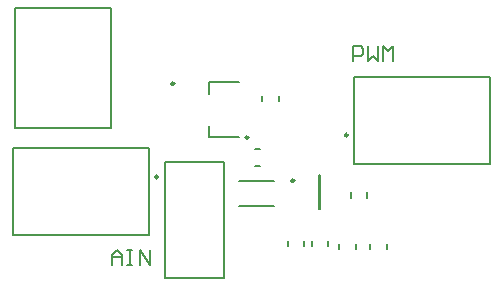
<source format=gbr>
G04*
G04 #@! TF.GenerationSoftware,Altium Limited,Altium Designer,25.8.1 (18)*
G04*
G04 Layer_Color=65535*
%FSLAX25Y25*%
%MOIN*%
G70*
G04*
G04 #@! TF.SameCoordinates,A2030EB1-7BB1-480F-B386-6677E5CB5BAE*
G04*
G04*
G04 #@! TF.FilePolarity,Positive*
G04*
G01*
G75*
%ADD10C,0.00984*%
%ADD11C,0.00787*%
%ADD12C,0.00800*%
D10*
X381194Y386748D02*
G03*
X381194Y386748I-492J0D01*
G01*
X356492Y404692D02*
G03*
X356492Y404692I-492J0D01*
G01*
X414377Y387500D02*
G03*
X414377Y387500I-492J0D01*
G01*
X351111Y373602D02*
G03*
X351111Y373602I-492J0D01*
G01*
X396495Y372314D02*
G03*
X396495Y372314I-492J0D01*
G01*
D11*
X385790Y398854D02*
Y400626D01*
X391302Y398854D02*
Y400626D01*
X367906Y401315D02*
Y405055D01*
X378143D01*
X367906Y386945D02*
Y390685D01*
Y386945D02*
X378143D01*
X416445Y377854D02*
Y377866D01*
Y377854D02*
X461721D01*
X416445D02*
Y406988D01*
X461721D01*
Y377854D02*
Y406988D01*
X335444Y390000D02*
Y430000D01*
X303555Y390000D02*
Y430000D01*
X335444D01*
X303555Y390000D02*
X335444D01*
X417129Y349491D02*
Y351262D01*
X411420Y349491D02*
Y351262D01*
X353500Y339885D02*
Y378388D01*
Y339885D02*
X373028D01*
Y378388D01*
X353500D02*
X373028D01*
X348058Y383236D02*
Y383248D01*
X302783D02*
X348058D01*
Y354114D02*
Y383248D01*
X302783Y354114D02*
X348058D01*
X302783D02*
Y383248D01*
X404820Y374283D02*
X405180D01*
Y362865D02*
Y374283D01*
X404820Y362865D02*
X405180D01*
X404820D02*
Y374283D01*
X415244Y366614D02*
Y368386D01*
X420756Y366614D02*
Y368386D01*
X407657Y350475D02*
Y352246D01*
X402342Y350475D02*
Y352246D01*
X383420Y377244D02*
X385191D01*
X383420Y382756D02*
X385191D01*
X378194Y372303D02*
X389636D01*
X378194Y363790D02*
X389636D01*
X421646Y349393D02*
Y351165D01*
X427354Y349393D02*
Y351165D01*
X394343Y350475D02*
Y352246D01*
X399657Y350475D02*
Y352246D01*
D12*
X416080Y412150D02*
Y417148D01*
X418579D01*
X419412Y416315D01*
Y414649D01*
X418579Y413816D01*
X416080D01*
X421078Y417148D02*
Y412150D01*
X422744Y413816D01*
X424410Y412150D01*
Y417148D01*
X426076Y412150D02*
Y417148D01*
X427742Y415482D01*
X429409Y417148D01*
Y412150D01*
X335763Y344275D02*
Y347607D01*
X337429Y349273D01*
X339095Y347607D01*
Y344275D01*
Y346774D01*
X335763D01*
X340762Y349273D02*
X342428D01*
X341595D01*
Y344275D01*
X340762D01*
X342428D01*
X344927D02*
Y349273D01*
X348259Y344275D01*
Y349273D01*
M02*

</source>
